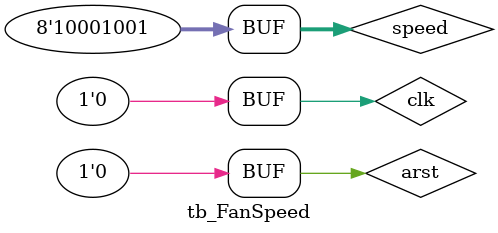
<source format=v>
`timescale 1ns / 1ps


module tb_FanSpeed;

	// Inputs
	reg arst;
	reg clk;
	reg [7:0] speed;

	// Outputs
	wire pwm_data;

	// Instantiate the Unit Under Test (UUT)
	FanSpeed uut (
		.arst(arst), 
		.clk(clk), 
		.speed(speed), 
		.pwm_data(pwm_data)
	);
	
	initial begin
	  arst = 1;
	  clk = 0;
	  #40 arst=0;
	  repeat (1100)
		#40 clk = ~clk;
	end
	
	initial begin
	  // Initialize Inputs
	  //clk = 0;
	  speed = 8'b10001001;

	end
	
	/*always #10 clk = ~clk;

	initial begin
		// Initialize Inputs
		arst = 1;
		clk = 0;
		speed = 8'b1001000;

		// Wait 100 ns for global reset to finish
		#100;
		arst = 0;
		#107;
		arst = 1; 
		#103
		arst = 0;
		
		// Add stimulus here

	end*/
      
endmodule


</source>
